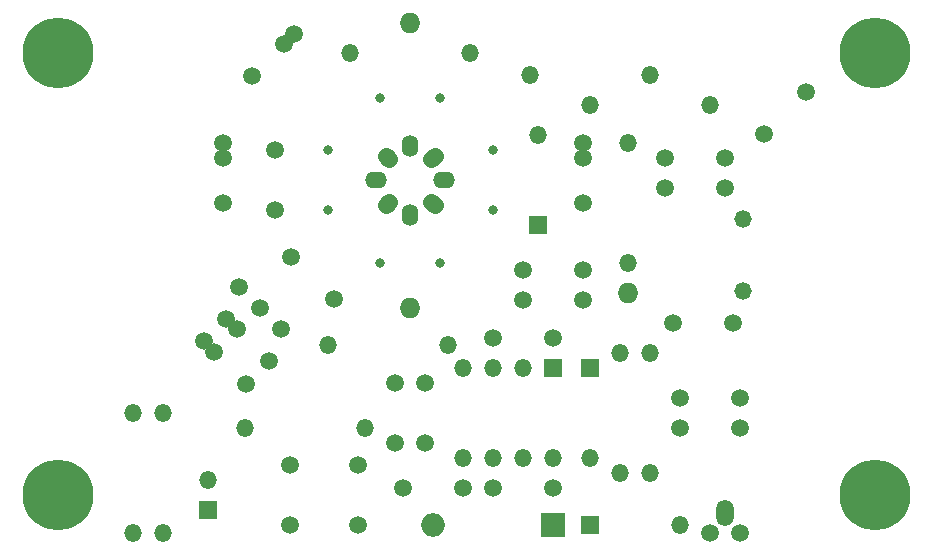
<source format=gbs>
G04 (created by PCBNEW (22-Jun-2014 BZR 4027)-stable) date Mon 25 Jun 2018 12:33:54 AM CDT*
%MOIN*%
G04 Gerber Fmt 3.4, Leading zero omitted, Abs format*
%FSLAX34Y34*%
G01*
G70*
G90*
G04 APERTURE LIST*
%ADD10C,0.00590551*%
%ADD11C,0.059*%
%ADD12O,0.059X0.0885*%
%ADD13O,0.059X0.059*%
%ADD14R,0.059X0.059*%
%ADD15C,0.23622*%
%ADD16O,0.069X0.069*%
%ADD17O,0.058X0.058*%
%ADD18C,0.056*%
%ADD19O,0.072X0.056*%
%ADD20O,0.056X0.072*%
%ADD21O,0.032X0.032*%
%ADD22R,0.079X0.079*%
%ADD23O,0.079X0.079*%
G04 APERTURE END LIST*
G54D10*
G54D11*
X95750Y-44250D03*
G54D12*
X96250Y-43602D03*
G54D11*
X96750Y-44250D03*
G54D13*
X92750Y-38250D03*
X92750Y-42250D03*
X93750Y-42250D03*
X93750Y-38250D03*
X83000Y-38000D03*
X87000Y-38000D03*
X83750Y-28250D03*
X87750Y-28250D03*
X84250Y-40750D03*
X80250Y-40750D03*
G54D14*
X90500Y-38750D03*
G54D13*
X89500Y-38750D03*
X88500Y-38750D03*
X87500Y-38750D03*
X87500Y-41750D03*
X88500Y-41750D03*
X90500Y-41750D03*
X89500Y-41750D03*
G54D15*
X101250Y-28250D03*
G54D11*
X94750Y-40750D03*
X96750Y-40750D03*
X91500Y-36500D03*
X89500Y-36500D03*
X85250Y-41250D03*
X85250Y-39250D03*
X86250Y-41250D03*
X86250Y-39250D03*
X88500Y-42750D03*
X90500Y-42750D03*
X81792Y-35042D03*
X83207Y-36457D03*
X81250Y-31500D03*
X81250Y-33500D03*
X96750Y-39750D03*
X94750Y-39750D03*
X90500Y-37750D03*
X88500Y-37750D03*
X87500Y-42750D03*
X85500Y-42750D03*
G54D16*
X85750Y-36750D03*
G54D11*
X81883Y-27616D03*
X80469Y-29030D03*
X81530Y-27969D03*
X79500Y-31250D03*
X79500Y-33250D03*
X79500Y-31750D03*
X91500Y-31250D03*
X91500Y-33250D03*
X91500Y-31750D03*
G54D15*
X74000Y-43000D03*
G54D16*
X85750Y-27250D03*
G54D13*
X89750Y-29000D03*
X93750Y-29000D03*
X95750Y-30000D03*
X91750Y-30000D03*
X93000Y-31250D03*
X93000Y-35250D03*
G54D11*
X94250Y-31750D03*
X96250Y-31750D03*
X96250Y-32750D03*
X94250Y-32750D03*
X96500Y-37250D03*
X94500Y-37250D03*
G54D16*
X93000Y-36250D03*
G54D11*
X79616Y-37116D03*
X81030Y-38530D03*
X79969Y-37469D03*
X78866Y-37866D03*
X80280Y-39280D03*
X79219Y-38219D03*
X80042Y-36042D03*
X81457Y-37457D03*
X80750Y-36750D03*
G54D17*
X96850Y-33800D03*
X96850Y-36200D03*
G54D18*
X85042Y-31792D02*
X84929Y-31679D01*
X86570Y-31679D02*
X86457Y-31792D01*
G54D19*
X86890Y-32500D03*
G54D20*
X85750Y-31359D03*
G54D18*
X86570Y-33320D02*
X86457Y-33207D01*
G54D20*
X85750Y-33640D03*
G54D18*
X85042Y-33207D02*
X84929Y-33320D01*
G54D19*
X84609Y-32500D03*
G54D11*
X84000Y-44000D03*
X84000Y-42000D03*
X91500Y-35500D03*
X89500Y-35500D03*
G54D15*
X74000Y-28250D03*
X101250Y-43000D03*
G54D21*
X84750Y-29750D03*
X86750Y-29750D03*
X88500Y-31500D03*
X88500Y-33500D03*
X83000Y-31500D03*
X83000Y-33500D03*
X84750Y-35250D03*
X86750Y-35250D03*
G54D13*
X77500Y-44250D03*
X77500Y-40250D03*
X76500Y-44250D03*
X76500Y-40250D03*
G54D14*
X79000Y-43500D03*
G54D13*
X79000Y-42500D03*
G54D11*
X81750Y-44000D03*
X81750Y-42000D03*
G54D14*
X91750Y-44000D03*
G54D13*
X94750Y-44000D03*
G54D14*
X90000Y-34000D03*
G54D13*
X90000Y-31000D03*
G54D14*
X91750Y-38750D03*
G54D13*
X91750Y-41750D03*
G54D22*
X90500Y-44000D03*
G54D23*
X86500Y-44000D03*
G54D11*
X97542Y-30957D03*
X98957Y-29542D03*
M02*

</source>
